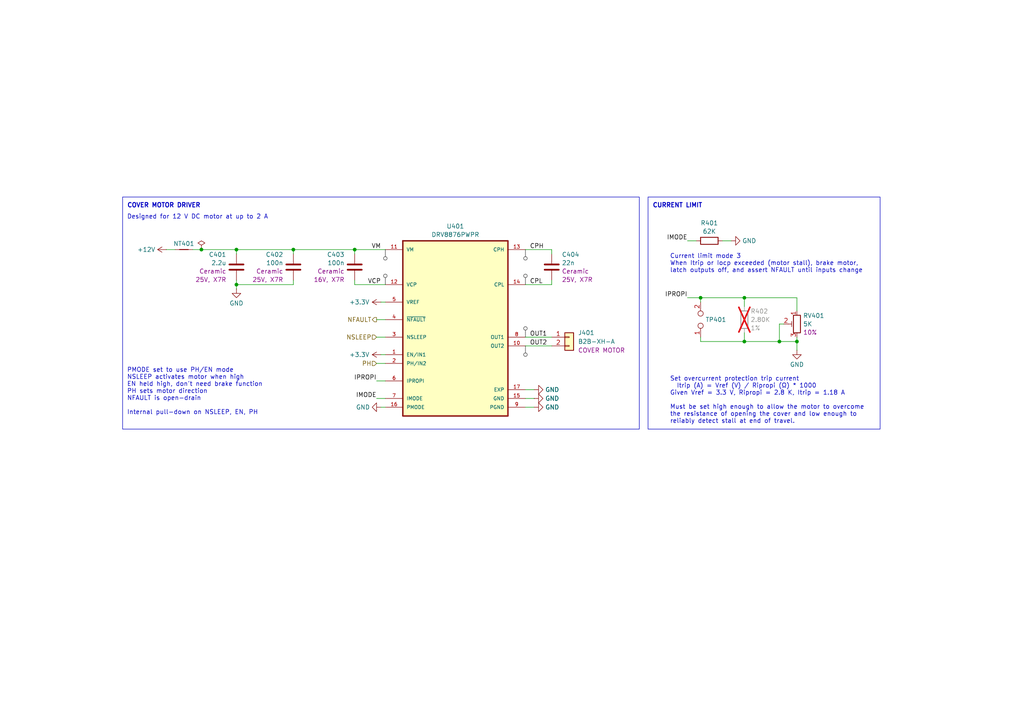
<source format=kicad_sch>
(kicad_sch (version 20231120) (generator "eeschema") (generator_version "8.0")
  (paper "A4")
  (title_block (title "Minuet Cover Motor Driver"))
  (lib_symbols
    (symbol "Connector:TestPoint_2Pole" (pin_names (offset 0.762) hide)
      (property "Reference" "TP" (at 0 1.524 0))
      (property "Value" "TestPoint_2Pole" (at 0 -1.778 0))
      (symbol "TestPoint_2Pole_0_1"
        (circle (center -1.778 0) (radius 0.762))
        (circle (center 1.778 0) (radius 0.762))
        (pin passive line (at -5.08 0 0) (length 2.54) (name "1") (number "1"))
        (pin passive line (at 5.08 0 180) (length 2.54) (name "2") (number "2"))
      )
    )
    (symbol "Connector_Generic:Conn_01x02" (pin_names (offset 1.016) hide)
      (property "Reference" "J" (at 0 2.54 0))
      (property "Value" "Conn_01x02" (at 0 -5.08 0))
      (symbol "Conn_01x02_1_1"
        (rectangle (start -1.27 -2.413) (end 0 -2.667) (stroke (width 0.1524)))
        (rectangle (start -1.27 0.127) (end 0 -0.127) (stroke (width 0.1524)))
        (rectangle (start -1.27 1.27) (end 1.27 -3.81) (stroke (width 0.254)) (fill (type background)))
        (pin passive line (at -5.08 0 0) (length 3.81) (name "Pin_1") (number "1"))
        (pin passive line (at -5.08 -2.54 0) (length 3.81) (name "Pin_2") (number "2"))
      )
    )
    (symbol "DRV8876PWPR:DRV8876PWPR" (pin_names (offset 1.016))
      (property "Reference" "U" (at -15.24 26.4 0))
      (property "Value" "DRV8876PWPR" (at -15.24 -29.4 0))
      (symbol "DRV8876PWPR_0_0"
        (rectangle (start -15.24 25.4) (end 15.24 -25.4) (stroke (width 0.41)) (fill (type background)))
        (pin input line (at -20.32 -7.62 0) (length 5.08) (name "EN/IN1") (number "1"))
        (pin power_in line (at -20.32 22.86 0) (length 5.08) (name "VM") (number "11"))
        (pin power_out line (at -20.32 12.7 0) (length 5.08) (name "VCP") (number "12"))
        (pin power_out line (at 20.32 22.86 180) (length 5.08) (name "CPH") (number "13"))
        (pin power_out line (at 20.32 12.7 180) (length 5.08) (name "CPL") (number "14"))
        (pin power_in line (at 20.32 -20.32 180) (length 5.08) (name "GND") (number "15"))
        (pin input line (at -20.32 -22.86 0) (length 5.08) (name "PMODE") (number "16"))
        (pin passive line (at 20.32 -17.78 180) (length 5.08) (name "EXP") (number "17"))
        (pin input line (at -20.32 -10.16 0) (length 5.08) (name "PH/IN2") (number "2"))
        (pin input line (at -20.32 -2.54 0) (length 5.08) (name "NSLEEP") (number "3"))
        (pin output line (at -20.32 2.54 0) (length 5.08) (name "~{NFAULT}") (number "4"))
        (pin input line (at -20.32 7.62 0) (length 5.08) (name "VREF") (number "5"))
        (pin output line (at -20.32 -15.24 0) (length 5.08) (name "IPROPI") (number "6"))
        (pin input line (at -20.32 -20.32 0) (length 5.08) (name "IMODE") (number "7"))
        (pin power_in line (at 20.32 -22.86 180) (length 5.08) (name "PGND") (number "9"))
      )
      (symbol "DRV8876PWPR_1_0"
        (pin power_out line (at 20.32 -5.08 180) (length 5.08) (name "OUT2") (number "10"))
        (pin power_out line (at 20.32 -2.54 180) (length 5.08) (name "OUT1") (number "8"))
      )
    )
    (symbol "Device:C" (pin_numbers hide) (pin_names (offset 0.254))
      (property "Reference" "C" (at 0.635 2.54 0))
      (property "Value" "C" (at 0.635 -2.54 0))
      (symbol "C_0_1"
        (polyline (pts (xy -2.032 -0.762) (xy 2.032 -0.762)) (stroke (width 0.508)))
        (polyline (pts (xy -2.032 0.762) (xy 2.032 0.762)) (stroke (width 0.508)))
      )
      (symbol "C_1_1"
        (pin passive line (at 0 3.81 270) (length 2.794) (name "~") (number "1"))
        (pin passive line (at 0 -3.81 90) (length 2.794) (name "~") (number "2"))
      )
    )
    (symbol "Device:NetTie_2" (pin_numbers hide) (pin_names (offset 0) hide) (in_bom no)
      (property "Reference" "NT" (at 0 1.27 0))
      (property "Value" "NetTie_2" (at 0 -1.27 0))
      (symbol "NetTie_2_0_1"
        (polyline (pts (xy -1.27 0) (xy 1.27 0)) (stroke (width 0.254)))
      )
      (symbol "NetTie_2_1_1"
        (pin passive line (at -2.54 0 0) (length 2.54) (name "1") (number "1"))
        (pin passive line (at 2.54 0 180) (length 2.54) (name "2") (number "2"))
      )
    )
    (symbol "Device:R" (pin_numbers hide) (pin_names (offset 0))
      (property "Reference" "R" (at 2.032 0 90))
      (property "Value" "R" (at 0 0 90))
      (symbol "R_0_1"
        (rectangle (start -1.016 -2.54) (end 1.016 2.54) (stroke (width 0.254)))
      )
      (symbol "R_1_1"
        (pin passive line (at 0 3.81 270) (length 1.27) (name "~") (number "1"))
        (pin passive line (at 0 -3.81 90) (length 1.27) (name "~") (number "2"))
      )
    )
    (symbol "Device:R_Potentiometer_Trim" (pin_names (offset 1.016) hide)
      (property "Reference" "RV" (at -4.445 0 90))
      (property "Value" "R_Potentiometer_Trim" (at -2.54 0 90))
      (symbol "R_Potentiometer_Trim_0_1"
        (polyline (pts (xy 1.524 0.762) (xy 1.524 -0.762)))
        (polyline (pts (xy 2.54 0) (xy 1.524 0)))
        (rectangle (start 1.016 2.54) (end -1.016 -2.54) (stroke (width 0.254)))
      )
      (symbol "R_Potentiometer_Trim_1_1"
        (pin passive line (at 0 3.81 270) (length 1.27) (name "1") (number "1"))
        (pin passive line (at 3.81 0 180) (length 1.27) (name "2") (number "2"))
        (pin passive line (at 0 -3.81 90) (length 1.27) (name "3") (number "3"))
      )
    )
    (symbol "power:+12V" (power) (pin_numbers hide) (pin_names (offset 0) hide)
      (property "Value" "+12V" (at 0 3.556 0))
      (symbol "+12V_0_1"
        (polyline (pts (xy -0.762 1.27) (xy 0 2.54)))
        (polyline (pts (xy 0 0) (xy 0 2.54)))
        (polyline (pts (xy 0 2.54) (xy 0.762 1.27)))
      )
      (symbol "+12V_1_1"
        (pin power_in line (at 0 0 90) (length 0) (name "~") (number "1"))
      )
    )
    (symbol "power:+3.3V" (power) (pin_numbers hide) (pin_names (offset 0) hide)
      (property "Value" "+3.3V" (at 0 3.556 0))
      (symbol "+3.3V_0_1"
        (polyline (pts (xy -0.762 1.27) (xy 0 2.54)))
        (polyline (pts (xy 0 0) (xy 0 2.54)))
        (polyline (pts (xy 0 2.54) (xy 0.762 1.27)))
      )
      (symbol "+3.3V_1_1"
        (pin power_in line (at 0 0 90) (length 0) (name "~") (number "1"))
      )
    )
    (symbol "power:GND" (power) (pin_numbers hide) (pin_names (offset 0) hide)
      (property "Value" "GND" (at 0 -3.81 0))
      (symbol "GND_0_1"
        (polyline (pts (xy 0 0) (xy 0 -1.27) (xy 1.27 -1.27) (xy 0 -2.54) (xy -1.27 -1.27) (xy 0 -1.27)))
      )
      (symbol "GND_1_1"
        (pin power_in line (at 0 0 270) (length 0) (name "~") (number "1"))
      )
    )
    (symbol "power:PWR_FLAG" (power) (pin_numbers hide) (pin_names (offset 0) hide)
      (property "Value" "PWR_FLAG" (at 0 3.81 0))
      (symbol "PWR_FLAG_0_0"
        (pin power_out line (at 0 0 90) (length 0) (name "~") (number "1"))
      )
      (symbol "PWR_FLAG_0_1"
        (polyline (pts (xy 0 0) (xy 0 1.27) (xy -1.016 1.905) (xy 0 2.54) (xy 1.016 1.905) (xy 0 1.27)))
      )
    )
  )
  (junction (at 58.42 72.39))
  (junction (at 203.2 86.36))
  (junction (at 68.58 72.39))
  (junction (at 226.06 99.06))
  (junction (at 215.9 99.06))
  (junction (at 85.09 72.39))
  (junction (at 68.58 82.55))
  (junction (at 215.9 86.36))
  (junction (at 231.14 99.06))
  (junction (at 102.87 72.39))
  (wire (pts (xy 85.09 72.39) (xy 85.09 73.66)))
  (wire (pts (xy 152.4 82.55) (xy 160.02 82.55)))
  (wire (pts (xy 152.4 115.57) (xy 154.94 115.57)))
  (wire (pts (xy 110.49 118.11) (xy 111.76 118.11)))
  (wire (pts (xy 226.06 99.06) (xy 231.14 99.06)))
  (wire (pts (xy 102.87 73.66) (xy 102.87 72.39)))
  (wire (pts (xy 215.9 96.52) (xy 215.9 99.06)))
  (wire (pts (xy 109.22 105.41) (xy 111.76 105.41)))
  (wire (pts (xy 152.4 113.03) (xy 154.94 113.03)))
  (wire (pts (xy 109.22 115.57) (xy 111.76 115.57)))
  (wire (pts (xy 152.4 118.11) (xy 154.94 118.11)))
  (wire (pts (xy 203.2 99.06) (xy 215.9 99.06)))
  (wire (pts (xy 152.4 72.39) (xy 160.02 72.39)))
  (wire (pts (xy 215.9 86.36) (xy 231.14 86.36)))
  (wire (pts (xy 160.02 73.66) (xy 160.02 72.39)))
  (wire (pts (xy 227.33 93.98) (xy 226.06 93.98)))
  (wire (pts (xy 203.2 97.79) (xy 203.2 99.06)))
  (wire (pts (xy 102.87 72.39) (xy 111.76 72.39)))
  (wire (pts (xy 231.14 90.17) (xy 231.14 86.36)))
  (wire (pts (xy 203.2 86.36) (xy 215.9 86.36)))
  (wire (pts (xy 215.9 99.06) (xy 226.06 99.06)))
  (wire (pts (xy 209.55 69.85) (xy 212.09 69.85)))
  (wire (pts (xy 68.58 81.28) (xy 68.58 82.55)))
  (wire (pts (xy 55.88 72.39) (xy 58.42 72.39)))
  (wire (pts (xy 68.58 82.55) (xy 68.58 83.82)))
  (wire (pts (xy 152.4 100.33) (xy 160.02 100.33)))
  (wire (pts (xy 109.22 97.79) (xy 111.76 97.79)))
  (wire (pts (xy 68.58 82.55) (xy 85.09 82.55)))
  (wire (pts (xy 85.09 72.39) (xy 102.87 72.39)))
  (wire (pts (xy 199.39 86.36) (xy 203.2 86.36)))
  (wire (pts (xy 160.02 81.28) (xy 160.02 82.55)))
  (wire (pts (xy 110.49 87.63) (xy 111.76 87.63)))
  (wire (pts (xy 68.58 72.39) (xy 58.42 72.39)))
  (wire (pts (xy 231.14 99.06) (xy 231.14 101.6)))
  (wire (pts (xy 102.87 81.28) (xy 102.87 82.55)))
  (wire (pts (xy 68.58 72.39) (xy 68.58 73.66)))
  (wire (pts (xy 48.26 72.39) (xy 50.8 72.39)))
  (wire (pts (xy 85.09 82.55) (xy 85.09 81.28)))
  (wire (pts (xy 68.58 72.39) (xy 85.09 72.39)))
  (wire (pts (xy 203.2 86.36) (xy 203.2 87.63)))
  (wire (pts (xy 109.22 110.49) (xy 111.76 110.49)))
  (wire (pts (xy 199.39 69.85) (xy 201.93 69.85)))
  (wire (pts (xy 110.49 102.87) (xy 111.76 102.87)))
  (wire (pts (xy 109.22 92.71) (xy 111.76 92.71)))
  (wire (pts (xy 231.14 97.79) (xy 231.14 99.06)))
  (wire (pts (xy 102.87 82.55) (xy 111.76 82.55)))
  (wire (pts (xy 215.9 86.36) (xy 215.9 88.9)))
  (wire (pts (xy 226.06 93.98) (xy 226.06 99.06)))
  (wire (pts (xy 152.4 97.79) (xy 160.02 97.79)))
  (rectangle (start 187.96 57.15) (end 255.27 124.46))
  (rectangle (start 35.56 57.15) (end 185.42 124.46))
  (text "Set overcurrent protection trip current\n  Itrip (A) = Vref (V) / Ripropi (Ω) * 1000\nGiven Vref = 3.3 V, Ripropi = 2.8 K, Itrip = 1.18 A\n\nMust be set high enough to allow the motor to overcome\nthe resistance of opening the cover and low enough to\nreliably detect stall at end of travel." (at 194.31 109.22 0) (effects (font (size 1.27 1.27)) (justify left top)))
  (text "CURRENT LIMIT" (at 189.23 59.69 0) (effects (font (size 1.27 1.27) (thickness 0.254) (bold yes)) (justify left)))
  (text "PMODE set to use PH/EN mode\nNSLEEP activates motor when high\nEN held high, don't need brake function\nPH sets motor direction\nNFAULT is open-drain\n\nInternal pull-down on NSLEEP, EN, PH\n" (at 36.83 106.68 0) (effects (font (size 1.27 1.27)) (justify left top)))
  (text "Designed for 12 V DC motor at up to 2 A" (at 36.83 62.23 0) (effects (font (size 1.27 1.27)) (justify left top)))
  (text "COVER MOTOR DRIVER" (at 36.83 59.69 0) (effects (font (size 1.27 1.27) (thickness 0.254) (bold yes)) (justify left)))
  (text "Current limit mode 3\nWhen Itrip or Iocp exceeded (motor stall), brake motor,\nlatch outputs off, and assert NFAULT until inputs change" (at 194.31 73.66 0) (effects (font (size 1.27 1.27)) (justify left top)))
  (label "CPL" (at 153.67 82.55 0))
  (label "IMODE" (at 199.39 69.85 180))
  (label "VM" (at 110.49 72.39 180))
  (label "IMODE" (at 109.22 115.57 180))
  (label "OUT2" (at 153.67 100.33 0))
  (label "IPROPI" (at 199.39 86.36 180))
  (label "IPROPI" (at 109.22 110.49 180))
  (label "VCP" (at 110.49 82.55 180))
  (label "OUT1" (at 153.67 97.79 0))
  (label "CPH" (at 153.67 72.39 0))
  (hierarchical_label "PH" (shape input) (at 109.22 105.41 180))
  (hierarchical_label "NFAULT" (shape output) (at 109.22 92.71 180))
  (hierarchical_label "NSLEEP" (shape input) (at 109.22 97.79 180))
  (netclass_flag "" (length 2.54) (shape round) (at 111.76 72.39 180) (property "Netclass" "Power-2A" (effects (hide yes))))
  (netclass_flag "" (length 2.54) (shape round) (at 152.4 97.79 0) (property "Netclass" "Power-2A" (effects (hide yes))))
  (netclass_flag "" (length 2.54) (shape round) (at 152.4 100.33 180) (property "Netclass" "Power-2A" (effects (hide yes))))
  (netclass_flag "" (length 2.54) (shape round) (at 111.76 82.55 0) (property "Netclass" "Power" (effects (hide yes))))
  (netclass_flag "" (length 2.54) (shape round) (at 152.4 72.39 180) (property "Netclass" "Power" (effects (hide yes))))
  (netclass_flag "" (length 2.54) (shape round) (at 152.4 82.55 0) (property "Netclass" "Power" (effects (hide yes))))
  (symbol (lib_id "Device:C") (at 85.09 77.47 0) (mirror y) (unit 1)
    (property "Reference" "C402" (at 82.169 73.8335 0) (effects (justify left)))
    (property "Value" "100n" (at 82.169 76.2578 0) (effects (justify left)))
    (property "Footprint" "Capacitor_SMD:C_0603_1608Metric" (effects (hide yes)))
    (property "Description" "Unpolarized capacitor" (effects (hide yes)))
    (property "Type" "Ceramic" (at 82.169 78.6821 0) (effects (justify left)))
    (property "Rating" "25V, X7R" (at 82.169 81.1064 0) (effects (justify left)))
  )
  (symbol (lib_id "power:GND") (at 154.94 115.57 90) (unit 1)
    (property "Reference" "#PWR0408" (effects (hide yes)))
    (property "Value" "GND" (at 158.115 115.57 90) (effects (justify right)))
    (property "Description" "Power symbol creates a global label with name \"GND\" , ground" (effects (hide yes)))
  )
  (symbol (lib_id "power:PWR_FLAG") (at 58.42 72.39 0) (unit 1)
    (property "Reference" "#FLG0401" (effects (hide yes)))
    (property "Value" "PWR_FLAG" (effects (hide yes)))
    (property "Description" "Special symbol for telling ERC where power comes from" (effects (hide yes)))
  )
  (symbol (lib_id "Connector:TestPoint_2Pole") (at 203.2 92.71 270) (mirror x) (unit 1) (in_bom no)
    (property "Reference" "TP401" (at 204.597 92.71 90) (effects (justify left)))
    (property "Value" "TestPoint_2Pole" (effects (hide yes)))
    (property "Footprint" "TestPoint:TestPoint_2Pads_Pitch5.08mm_Drill1.3mm" (effects (hide yes)))
    (property "Description" "2-polar test point" (effects (hide yes)))
  )
  (symbol (lib_id "power:GND") (at 110.49 118.11 270) (mirror x) (unit 1)
    (property "Reference" "#PWR0409" (effects (hide yes)))
    (property "Value" "GND" (at 107.3151 118.11 90) (effects (justify right)))
    (property "Description" "Power symbol creates a global label with name \"GND\" , ground" (effects (hide yes)))
  )
  (symbol (lib_id "Device:C") (at 160.02 77.47 0) (unit 1)
    (property "Reference" "C404" (at 162.941 73.8335 0) (effects (justify left)))
    (property "Value" "22n" (at 162.941 76.2578 0) (effects (justify left)))
    (property "Footprint" "Capacitor_SMD:C_0603_1608Metric" (effects (hide yes)))
    (property "Description" "Unpolarized capacitor" (effects (hide yes)))
    (property "Type" "Ceramic" (at 162.941 78.6821 0) (effects (justify left)))
    (property "Rating" "25V, X7R" (at 162.941 81.1064 0) (effects (justify left)))
  )
  (symbol (lib_id "Device:C") (at 102.87 77.47 0) (mirror y) (unit 1)
    (property "Reference" "C403" (at 99.949 73.8335 0) (effects (justify left)))
    (property "Value" "100n" (at 99.949 76.2578 0) (effects (justify left)))
    (property "Footprint" "Capacitor_SMD:C_0603_1608Metric" (effects (hide yes)))
    (property "Description" "Unpolarized capacitor" (effects (hide yes)))
    (property "Type" "Ceramic" (at 99.949 78.6821 0) (effects (justify left)))
    (property "Rating" "16V, X7R" (at 99.949 81.1064 0) (effects (justify left)))
  )
  (symbol (lib_id "power:GND") (at 68.58 83.82 0) (unit 1)
    (property "Reference" "#PWR0403" (effects (hide yes)))
    (property "Value" "GND" (at 68.58 87.9531 0))
    (property "Description" "Power symbol creates a global label with name \"GND\" , ground" (effects (hide yes)))
  )
  (symbol (lib_id "power:+12V") (at 48.26 72.39 90) (unit 1)
    (property "Reference" "#PWR0402" (effects (hide yes)))
    (property "Value" "+12V" (at 45.085 72.39 90) (effects (justify left)))
    (property "Description" "Power symbol creates a global label with name \"+12V\"" (effects (hide yes)))
  )
  (symbol (lib_id "power:+3.3V") (at 110.49 87.63 90) (unit 1)
    (property "Reference" "#PWR0404" (effects (hide yes)))
    (property "Value" "+3.3V" (at 107.188 87.63 90) (effects (justify left)))
    (property "Description" "Power symbol creates a global label with name \"+3.3V\"" (effects (hide yes)))
  )
  (symbol (lib_id "Device:NetTie_2") (at 53.34 72.39 0) (unit 1) (in_bom no)
    (property "Reference" "NT401" (at 53.34 70.6699 0))
    (property "Value" "NetTie_2" (effects (hide yes)))
    (property "Footprint" "Generic:NetTie-2_SMD_Pad1.0mm" (effects (hide yes)))
    (property "Description" "Net tie, 2 pins" (effects (hide yes)))
  )
  (symbol (lib_id "Device:C") (at 68.58 77.47 0) (mirror x) (unit 1)
    (property "Reference" "C401" (at 65.659 73.8335 0) (effects (justify right)))
    (property "Value" "2.2u" (at 65.659 76.2578 0) (effects (justify right)))
    (property "Footprint" "Capacitor_SMD:C_0805_2012Metric" (effects (hide yes)))
    (property "Description" "Unpolarized capacitor" (effects (hide yes)))
    (property "Type" "Ceramic" (at 65.659 78.6821 0) (effects (justify right)))
    (property "Rating" "25V, X7R" (at 65.659 81.1064 0) (effects (justify right)))
  )
  (symbol (lib_id "power:GND") (at 231.14 101.6 0) (mirror y) (unit 1)
    (property "Reference" "#PWR0405" (effects (hide yes)))
    (property "Value" "GND" (at 231.14 105.7331 0))
    (property "Description" "Power symbol creates a global label with name \"GND\" , ground" (effects (hide yes)))
  )
  (symbol (lib_id "power:GND") (at 154.94 118.11 90) (unit 1)
    (property "Reference" "#PWR0410" (effects (hide yes)))
    (property "Value" "GND" (at 158.115 118.11 90) (effects (justify right)))
    (property "Description" "Power symbol creates a global label with name \"GND\" , ground" (effects (hide yes)))
  )
  (symbol (lib_id "Device:R") (at 205.74 69.85 270) (unit 1)
    (property "Reference" "R401" (at 205.74 64.6895 90))
    (property "Value" "62K" (at 205.74 67.1138 90))
    (property "Footprint" "Resistor_SMD:R_0603_1608Metric" (effects (hide yes)))
    (property "Description" "Resistor" (effects (hide yes)))
  )
  (symbol (lib_id "power:GND") (at 154.94 113.03 90) (unit 1)
    (property "Reference" "#PWR0407" (effects (hide yes)))
    (property "Value" "GND" (at 158.115 113.03 90) (effects (justify right)))
    (property "Description" "Power symbol creates a global label with name \"GND\" , ground" (effects (hide yes)))
  )
  (symbol (lib_id "Device:R") (at 215.9 92.71 0) (mirror y) (unit 1) (in_bom no) (dnp yes)
    (property "Reference" "R402" (at 217.678 90.2857 0) (effects (justify right)))
    (property "Value" "2.80K" (at 217.678 92.71 0) (effects (justify right)))
    (property "Footprint" "Resistor_SMD:R_0603_1608Metric_Pad0.98x0.95mm_HandSolder" (effects (hide yes)))
    (property "Description" "Resistor" (effects (hide yes)))
    (property "Rating" "1%" (at 217.678 95.1343 0) (effects (justify right)))
  )
  (symbol (lib_id "power:GND") (at 212.09 69.85 90) (mirror x) (unit 1)
    (property "Reference" "#PWR0401" (effects (hide yes)))
    (property "Value" "GND" (at 215.265 69.85 90) (effects (justify right)))
    (property "Description" "Power symbol creates a global label with name \"GND\" , ground" (effects (hide yes)))
  )
  (symbol (lib_id "DRV8876PWPR:DRV8876PWPR") (at 132.08 95.25 0) (unit 1)
    (property "Reference" "U401" (at 132.08 65.6275 0))
    (property "Value" "DRV8876PWPR" (at 132.08 68.0518 0))
    (property "Footprint" "DRV8876PWPR:IC_DRV8876PWPR" (effects (hide yes)))
    (property "Datasheet" "https://www.ti.com/lit/ds/symlink/drv8876.pdf" (effects (hide yes)))
    (property "PARTREV" "E" (effects (hide yes)))
    (property "STANDARD" "Manufacturer Recommendations" (effects (hide yes)))
    (property "PACKAGE" "HTSSOP-16 Texas Instruments" (effects (hide yes)))
    (property "MAXIMUM_PACKAGE_HEIGHT" "1.2mm" (effects (hide yes)))
    (property "MANUFACTURER" "Texas Instruments" (effects (hide yes)))
  )
  (symbol (lib_id "Device:R_Potentiometer_Trim") (at 231.14 93.98 0) (mirror y) (unit 1)
    (property "Reference" "RV401" (at 232.918 91.5557 0) (effects (justify right)))
    (property "Value" "5K" (at 232.918 93.98 0) (effects (justify right)))
    (property "Footprint" "3362P-1-502LF:TRIM_3362P-1-502LF" (effects (hide yes)))
    (property "Datasheet" "https://www.bourns.com/docs/Product-Datasheets/3362.pdf" (effects (hide yes)))
    (property "Description" "Trim-potentiometer" (effects (hide yes)))
    (property "Rating" "10%" (at 232.918 96.4043 0) (effects (justify right)))
  )
  (symbol (lib_id "Connector_Generic:Conn_01x02") (at 165.1 97.79 0) (unit 1)
    (property "Reference" "J401" (at 167.64 96.52 0) (effects (justify left)))
    (property "Value" "B2B-XH-A" (at 167.64 99.06 0) (effects (justify left)))
    (property "Footprint" "Connector_JST:JST_XH_B2B-XH-A_1x02_P2.50mm_Vertical" (effects (hide yes)))
    (property "Description" "Generic connector, single row, 01x02, script generated (kicad-library-utils/schlib/autogen/connector/)" (effects (hide yes)))
    (property "Label" "COVER MOTOR" (at 167.64 101.6 0) (effects (justify left)))
  )
  (symbol (lib_id "power:+3.3V") (at 110.49 102.87 90) (unit 1)
    (property "Reference" "#PWR0406" (effects (hide yes)))
    (property "Value" "+3.3V" (at 107.188 102.87 90) (effects (justify left)))
    (property "Description" "Power symbol creates a global label with name \"+3.3V\"" (effects (hide yes)))
  )
)
</source>
